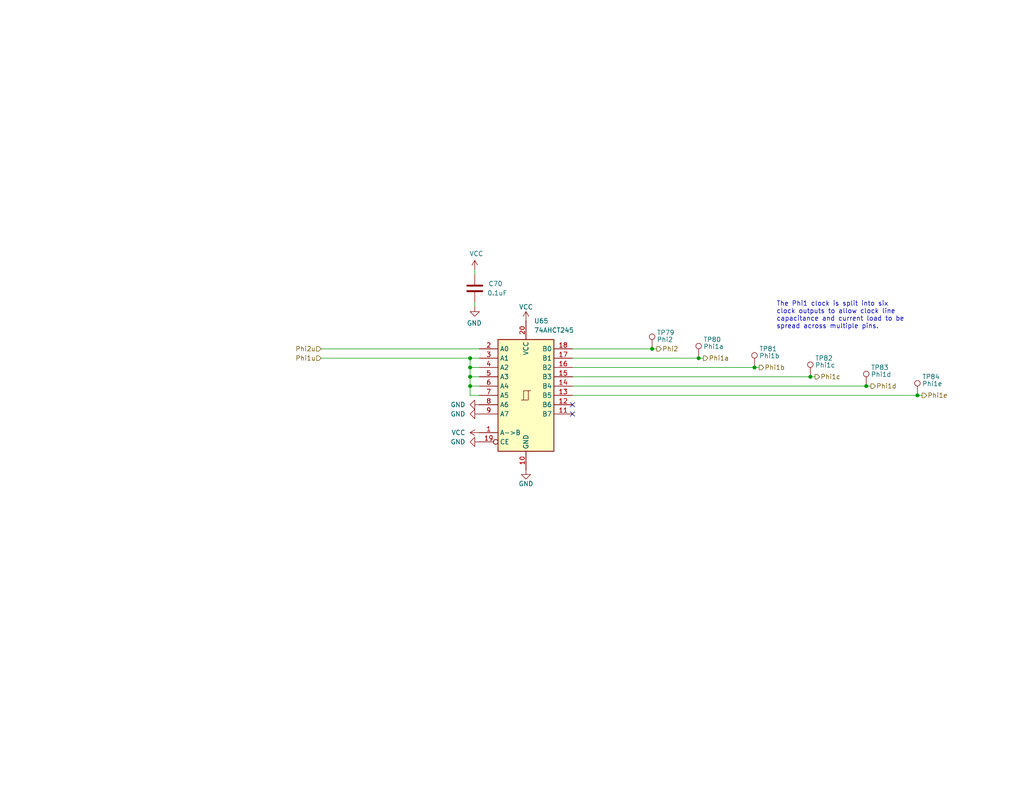
<source format=kicad_sch>
(kicad_sch (version 20250114) (generator "eeschema") (generator_version "9.0")
  (paper "USLetter")
  (title_block (title "Turtle16: Clock Distribution") (date "2025-07-10") (rev "A"))
  (lib_symbols
    (symbol "Connector:TestPoint" (pin_numbers (hide yes)) (pin_names (offset 0.762) (hide yes))
      (property "Reference" "TP" (at 0 6.858 0))
      (property "Value" "TestPoint" (at 0 5.08 0))
      (symbol "TestPoint_0_1"
        (circle (center 0 3.302) (radius 0.762))
      )
      (symbol "TestPoint_1_1"
        (pin passive line (at 0 0 90) (length 2.54) (name "1") (number "1"))
      )
    )
    (symbol "Device:C" (pin_numbers (hide yes)) (pin_names (offset 0.254))
      (property "Reference" "C" (at 0.635 2.54 0))
      (property "Value" "C" (at 0.635 -2.54 0))
      (symbol "C_0_1"
        (polyline (pts (xy -2.032 0.762) (xy 2.032 0.762)) (stroke (width 0.508)))
        (polyline (pts (xy -2.032 -0.762) (xy 2.032 -0.762)) (stroke (width 0.508)))
      )
      (symbol "C_1_1"
        (pin passive line (at 0 3.81 270) (length 2.794) (name "~") (number "1"))
        (pin passive line (at 0 -3.81 90) (length 2.794) (name "~") (number "2"))
      )
    )
    (symbol "Turtle16:74AHCT245"
      (property "Reference" "U" (at 0 2.54 0))
      (property "Value" "74AHCT245" (at 0 2.54 0))
      (symbol "74AHCT245_1_0"
        (polyline (pts (xy -1.27 -1.27) (xy 0.635 -1.27) (xy 0.635 1.27) (xy 1.27 1.27)))
        (polyline (pts (xy -0.635 -1.27) (xy -0.635 1.27) (xy 0.635 1.27)))
        (pin tri_state line (at -12.7 12.7 0) (length 5.08) (name "A0") (number "2"))
        (pin tri_state line (at -12.7 10.16 0) (length 5.08) (name "A1") (number "3"))
        (pin tri_state line (at -12.7 7.62 0) (length 5.08) (name "A2") (number "4"))
        (pin tri_state line (at -12.7 5.08 0) (length 5.08) (name "A3") (number "5"))
        (pin tri_state line (at -12.7 2.54 0) (length 5.08) (name "A4") (number "6"))
        (pin tri_state line (at -12.7 0 0) (length 5.08) (name "A5") (number "7"))
        (pin tri_state line (at -12.7 -2.54 0) (length 5.08) (name "A6") (number "8"))
        (pin tri_state line (at -12.7 -5.08 0) (length 5.08) (name "A7") (number "9"))
        (pin input line (at -12.7 -10.16 0) (length 5.08) (name "A->B") (number "1"))
        (pin input inverted (at -12.7 -12.7 0) (length 5.08) (name "CE") (number "19"))
        (pin power_in line (at 0 20.32 270) (length 5.08) (name "VCC") (number "20"))
        (pin power_in line (at 0 -20.32 90) (length 5.08) (name "GND") (number "10"))
        (pin tri_state line (at 12.7 12.7 180) (length 5.08) (name "B0") (number "18"))
        (pin tri_state line (at 12.7 10.16 180) (length 5.08) (name "B1") (number "17"))
        (pin tri_state line (at 12.7 7.62 180) (length 5.08) (name "B2") (number "16"))
        (pin tri_state line (at 12.7 5.08 180) (length 5.08) (name "B3") (number "15"))
        (pin tri_state line (at 12.7 2.54 180) (length 5.08) (name "B4") (number "14"))
        (pin tri_state line (at 12.7 0 180) (length 5.08) (name "B5") (number "13"))
        (pin tri_state line (at 12.7 -2.54 180) (length 5.08) (name "B6") (number "12"))
        (pin tri_state line (at 12.7 -5.08 180) (length 5.08) (name "B7") (number "11"))
      )
      (symbol "74AHCT245_1_1"
        (rectangle (start -7.62 15.24) (end 7.62 -15.24) (stroke (width 0.254)) (fill (type background)))
      )
    )
    (symbol "power:GND" (power) (pin_numbers (hide yes)) (pin_names (offset 0) (hide yes))
      (property "Value" "GND" (at 0 -3.81 0))
      (symbol "GND_0_1"
        (polyline (pts (xy 0 0) (xy 0 -1.27) (xy 1.27 -1.27) (xy 0 -2.54) (xy -1.27 -1.27) (xy 0 -1.27)))
      )
      (symbol "GND_1_1"
        (pin power_in line (at 0 0 270) (length 0) (name "~") (number "1"))
      )
    )
    (symbol "power:VCC" (power) (pin_numbers (hide yes)) (pin_names (offset 0) (hide yes))
      (property "Value" "VCC" (at 0 3.556 0))
      (symbol "VCC_0_1"
        (polyline (pts (xy -0.762 1.27) (xy 0 2.54)))
        (polyline (pts (xy 0 2.54) (xy 0.762 1.27)))
        (polyline (pts (xy 0 0) (xy 0 2.54)))
      )
      (symbol "VCC_1_1"
        (pin power_in line (at 0 0 90) (length 0) (name "~") (number "1"))
      )
    )
  )
  (text "The Phi1 clock is split into six\nclock outputs to allow clock line\ncapacitance and current load to be\nspread across multiple pins." (at 211.836 89.916 0) (effects (font (size 1.27 1.27)) (justify left bottom)))
  (junction (at 128.27 102.87))
  (junction (at 128.27 105.41))
  (junction (at 236.347 105.41))
  (junction (at 250.317 107.95))
  (junction (at 190.627 97.79))
  (junction (at 221.107 102.87))
  (junction (at 128.27 100.33))
  (junction (at 205.867 100.33))
  (junction (at 128.27 97.79))
  (junction (at 177.927 95.25))
  (no_connect (at 156.21 110.49))
  (no_connect (at 156.21 113.03))
  (wire (pts (xy 128.27 97.79) (xy 128.27 100.33)))
  (wire (pts (xy 130.81 107.95) (xy 128.27 107.95)))
  (wire (pts (xy 190.627 97.79) (xy 191.897 97.79)))
  (wire (pts (xy 236.347 105.41) (xy 237.617 105.41)))
  (wire (pts (xy 156.21 97.79) (xy 190.627 97.79)))
  (wire (pts (xy 128.27 100.33) (xy 128.27 102.87)))
  (wire (pts (xy 87.63 97.79) (xy 128.27 97.79)))
  (wire (pts (xy 205.867 100.33) (xy 207.137 100.33)))
  (wire (pts (xy 87.63 95.25) (xy 130.81 95.25)))
  (wire (pts (xy 128.27 102.87) (xy 128.27 105.41)))
  (wire (pts (xy 128.27 107.95) (xy 128.27 105.41)))
  (wire (pts (xy 177.927 95.25) (xy 179.197 95.25)))
  (wire (pts (xy 129.54 82.55) (xy 129.54 83.82)))
  (wire (pts (xy 221.107 102.87) (xy 222.377 102.87)))
  (wire (pts (xy 156.21 100.33) (xy 205.867 100.33)))
  (wire (pts (xy 129.54 74.93) (xy 129.54 73.66)))
  (wire (pts (xy 156.21 102.87) (xy 221.107 102.87)))
  (wire (pts (xy 156.21 105.41) (xy 236.347 105.41)))
  (wire (pts (xy 128.27 100.33) (xy 130.81 100.33)))
  (wire (pts (xy 250.317 107.95) (xy 251.587 107.95)))
  (wire (pts (xy 128.27 105.41) (xy 130.81 105.41)))
  (wire (pts (xy 128.27 102.87) (xy 130.81 102.87)))
  (wire (pts (xy 128.27 97.79) (xy 130.81 97.79)))
  (wire (pts (xy 156.21 95.25) (xy 177.927 95.25)))
  (wire (pts (xy 156.21 107.95) (xy 250.317 107.95)))
  (hierarchical_label "Phi1d" (shape output) (at 237.617 105.41 0))
  (hierarchical_label "Phi1a" (shape output) (at 191.897 97.79 0))
  (hierarchical_label "Phi1b" (shape output) (at 207.137 100.33 0))
  (hierarchical_label "Phi1e" (shape output) (at 251.587 107.95 0))
  (hierarchical_label "Phi2u" (shape input) (at 87.63 95.25 180))
  (hierarchical_label "Phi1c" (shape output) (at 222.377 102.87 0))
  (hierarchical_label "Phi1u" (shape input) (at 87.63 97.79 180))
  (hierarchical_label "Phi2" (shape output) (at 179.197 95.25 0))
  (symbol (lib_id "power:VCC") (at 143.51 87.63 0) (unit 1)
    (property "Reference" "#PWR0404" (effects (hide yes)))
    (property "Value" "VCC" (at 143.51 83.82 0))
    (property "Description" "Power symbol creates a global label with name \"VCC\"" (effects (hide yes)))
  )
  (symbol (lib_id "Device:C") (at 129.54 78.74 0) (mirror y) (unit 1)
    (property "Reference" "C70" (at 137.16 77.47 0) (effects (justify left)))
    (property "Value" "0.1uF" (at 138.43 80.01 0) (effects (justify left)))
    (property "Footprint" "Capacitor_SMD:C_0603_1608Metric" (effects (hide yes)))
    (property "Datasheet" "https://www.mouser.com/datasheet/2/396/taiyo_yuden_12132018_mlcc11_hq_e-1510082.pdf" (effects (hide yes)))
    (property "Manufacturer" "Taiyo Yuden" (effects (hide yes)))
    (property "Manufacturer#" "EMK107B7104KAHT" (effects (hide yes)))
    (property "Mouser#" "963-EMK107B7104KAHT" (effects (hide yes)))
    (property "Digikey#" "587-6004-1-ND" (effects (hide yes)))
  )
  (symbol (lib_id "power:GND") (at 130.81 113.03 270) (unit 1)
    (property "Reference" "#PWR0401" (effects (hide yes)))
    (property "Value" "GND" (at 127 113.03 90) (effects (justify right)))
    (property "Description" "Power symbol creates a global label with name \"GND\" , ground" (effects (hide yes)))
  )
  (symbol (lib_id "Connector:TestPoint") (at 205.867 100.33 0) (unit 1) (in_bom no)
    (property "Reference" "TP81" (at 207.137 95.25 0) (effects (justify left)))
    (property "Value" "Phi1b" (at 207.137 97.155 0) (effects (justify left)))
    (property "Footprint" "TestPoint:TestPoint_Pad_D1.0mm" (effects (hide yes)))
  )
  (symbol (lib_id "Connector:TestPoint") (at 190.627 97.79 0) (unit 1) (in_bom no)
    (property "Reference" "TP80" (at 191.897 92.71 0) (effects (justify left)))
    (property "Value" "Phi1a" (at 191.897 94.615 0) (effects (justify left)))
    (property "Footprint" "TestPoint:TestPoint_Pad_D1.0mm" (effects (hide yes)))
  )
  (symbol (lib_id "power:GND") (at 130.81 120.65 270) (unit 1)
    (property "Reference" "#PWR0403" (effects (hide yes)))
    (property "Value" "GND" (at 127 120.65 90) (effects (justify right)))
    (property "Description" "Power symbol creates a global label with name \"GND\" , ground" (effects (hide yes)))
  )
  (symbol (lib_id "power:VCC") (at 130.81 118.11 90) (unit 1)
    (property "Reference" "#PWR0402" (effects (hide yes)))
    (property "Value" "VCC" (at 127 118.11 90) (effects (justify left)))
    (property "Description" "Power symbol creates a global label with name \"VCC\"" (effects (hide yes)))
  )
  (symbol (lib_id "power:GND") (at 130.81 110.49 270) (unit 1)
    (property "Reference" "#PWR0400" (effects (hide yes)))
    (property "Value" "GND" (at 127 110.49 90) (effects (justify right)))
    (property "Description" "Power symbol creates a global label with name \"GND\" , ground" (effects (hide yes)))
  )
  (symbol (lib_id "Connector:TestPoint") (at 236.347 105.41 0) (unit 1) (in_bom no)
    (property "Reference" "TP83" (at 237.617 100.33 0) (effects (justify left)))
    (property "Value" "Phi1d" (at 237.617 102.235 0) (effects (justify left)))
    (property "Footprint" "TestPoint:TestPoint_Pad_D1.0mm" (effects (hide yes)))
  )
  (symbol (lib_id "Connector:TestPoint") (at 250.317 107.95 0) (unit 1) (in_bom no)
    (property "Reference" "TP84" (at 251.587 102.87 0) (effects (justify left)))
    (property "Value" "Phi1e" (at 251.587 104.775 0) (effects (justify left)))
    (property "Footprint" "TestPoint:TestPoint_Pad_D1.0mm" (effects (hide yes)))
  )
  (symbol (lib_id "Connector:TestPoint") (at 177.927 95.25 0) (unit 1) (in_bom no)
    (property "Reference" "TP79" (at 179.197 90.805 0) (effects (justify left)))
    (property "Value" "Phi2" (at 179.197 92.71 0) (effects (justify left)))
    (property "Footprint" "TestPoint:TestPoint_Pad_D1.0mm" (effects (hide yes)))
  )
  (symbol (lib_id "Connector:TestPoint") (at 221.107 102.87 0) (unit 1) (in_bom no)
    (property "Reference" "TP82" (at 222.377 97.79 0) (effects (justify left)))
    (property "Value" "Phi1c" (at 222.377 99.695 0) (effects (justify left)))
    (property "Footprint" "TestPoint:TestPoint_Pad_D1.0mm" (effects (hide yes)))
  )
  (symbol (lib_id "power:GND") (at 129.54 83.82 0) (mirror y) (unit 1)
    (property "Reference" "#PWR0399" (effects (hide yes)))
    (property "Value" "GND" (at 129.413 88.2142 0))
    (property "Description" "Power symbol creates a global label with name \"GND\" , ground" (effects (hide yes)))
  )
  (symbol (lib_id "power:VCC") (at 129.54 73.66 0) (unit 1)
    (property "Reference" "#PWR0398" (effects (hide yes)))
    (property "Value" "VCC" (at 129.9718 69.2658 0))
    (property "Description" "Power symbol creates a global label with name \"VCC\"" (effects (hide yes)))
  )
  (symbol (lib_id "Turtle16:74AHCT245") (at 143.51 107.95 0) (unit 1)
    (property "Reference" "U65" (at 145.7041 87.63 0) (effects (justify left)))
    (property "Value" "74AHCT245" (at 145.7041 90.17 0) (effects (justify left)))
    (property "Footprint" "Package_SO:TSSOP-20_4.4x6.5mm_P0.65mm" (effects (hide yes)))
    (property "Datasheet" "https://www.ti.com/general/docs/suppproductinfo.tsp?distId=26&gotoUrl=https://www.ti.com/lit/gpn/sn74ahct245" (effects (hide yes)))
    (property "Manufacturer" "Texas Instruments" (effects (hide yes)))
    (property "Manufacturer#" "SN74AHCT245PWR" (effects (hide yes)))
    (property "Mouser#" "595-SN74AHCT245PWR" (effects (hide yes)))
    (property "Digikey#" "296-1118-1-ND" (effects (hide yes)))
  )
  (symbol (lib_id "power:GND") (at 143.51 128.27 0) (unit 1)
    (property "Reference" "#PWR0405" (effects (hide yes)))
    (property "Value" "GND" (at 143.51 132.08 0))
    (property "Description" "Power symbol creates a global label with name \"GND\" , ground" (effects (hide yes)))
  )
)
</source>
